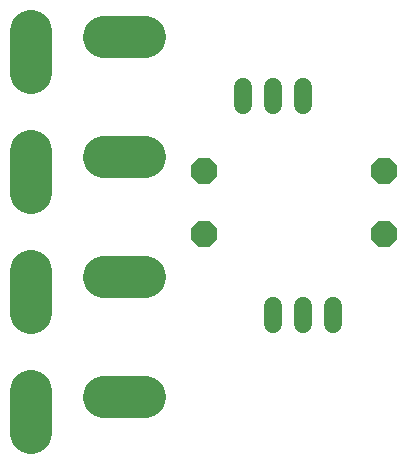
<source format=gbr>
G04 EAGLE Gerber RS-274X export*
G75*
%MOMM*%
%FSLAX34Y34*%
%LPD*%
%INTop Copper*%
%IPPOS*%
%AMOC8*
5,1,8,0,0,1.08239X$1,22.5*%
G01*
%ADD10C,3.530600*%
%ADD11C,1.524000*%
%ADD12P,2.364373X8X22.500000*%


D10*
X313020Y222951D02*
X313020Y258257D01*
X374867Y253620D02*
X410173Y253620D01*
X313020Y324551D02*
X313020Y359857D01*
X374867Y355220D02*
X410173Y355220D01*
X313020Y426151D02*
X313020Y461457D01*
X374867Y456820D02*
X410173Y456820D01*
X313020Y527751D02*
X313020Y563057D01*
X374867Y558420D02*
X410173Y558420D01*
D11*
X568960Y330200D02*
X568960Y314960D01*
X543560Y314960D02*
X543560Y330200D01*
X518160Y330200D02*
X518160Y314960D01*
X492760Y500380D02*
X492760Y515620D01*
X518160Y515620D02*
X518160Y500380D01*
X543560Y500380D02*
X543560Y515620D01*
D12*
X459740Y391160D03*
X612140Y391160D03*
X459740Y444500D03*
X612140Y444500D03*
M02*

</source>
